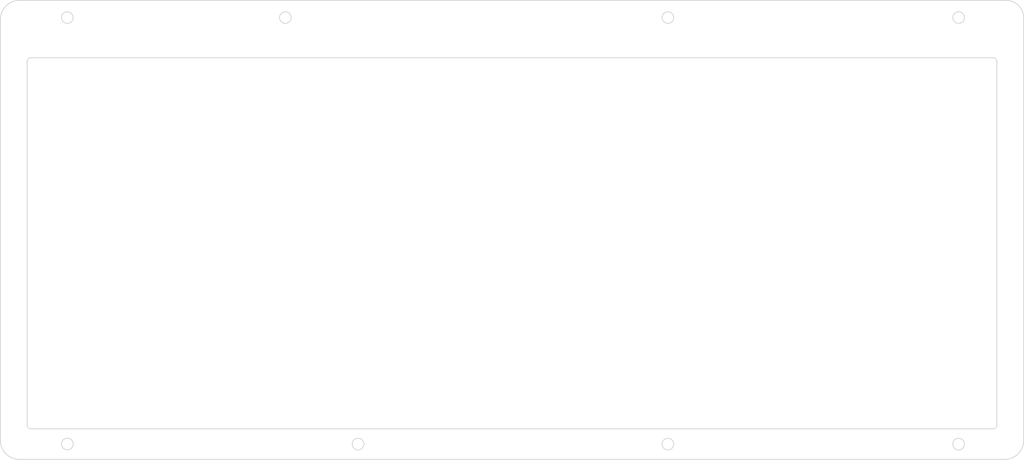
<source format=kicad_pcb>
(kicad_pcb (version 20171130) (host pcbnew 5.0.1)

  (general
    (thickness 1.6)
    (drawings 24)
    (tracks 0)
    (zones 0)
    (modules 0)
    (nets 1)
  )

  (page A3)
  (layers
    (0 F.Cu signal)
    (31 B.Cu signal)
    (32 B.Adhes user)
    (33 F.Adhes user)
    (34 B.Paste user)
    (35 F.Paste user)
    (36 B.SilkS user)
    (37 F.SilkS user)
    (38 B.Mask user)
    (39 F.Mask user)
    (40 Dwgs.User user)
    (41 Cmts.User user)
    (42 Eco1.User user)
    (43 Eco2.User user)
    (44 Edge.Cuts user)
    (45 Margin user)
    (46 B.CrtYd user)
    (47 F.CrtYd user)
    (48 B.Fab user)
    (49 F.Fab user)
  )

  (setup
    (last_trace_width 0.25)
    (trace_clearance 0.2)
    (zone_clearance 0.508)
    (zone_45_only no)
    (trace_min 0.2)
    (segment_width 0.2)
    (edge_width 0.2)
    (via_size 0.8)
    (via_drill 0.4)
    (via_min_size 0.4)
    (via_min_drill 0.3)
    (uvia_size 0.3)
    (uvia_drill 0.1)
    (uvias_allowed no)
    (uvia_min_size 0.2)
    (uvia_min_drill 0.1)
    (pcb_text_width 0.3)
    (pcb_text_size 1.5 1.5)
    (mod_edge_width 0.15)
    (mod_text_size 1 1)
    (mod_text_width 0.15)
    (pad_size 1.524 1.524)
    (pad_drill 0.762)
    (pad_to_mask_clearance 0.051)
    (solder_mask_min_width 0.25)
    (aux_axis_origin 0 0)
    (visible_elements FFFDF7FF)
    (pcbplotparams
      (layerselection 0x010fc_ffffffff)
      (usegerberextensions false)
      (usegerberattributes false)
      (usegerberadvancedattributes false)
      (creategerberjobfile false)
      (excludeedgelayer true)
      (linewidth 0.100000)
      (plotframeref false)
      (viasonmask false)
      (mode 1)
      (useauxorigin false)
      (hpglpennumber 1)
      (hpglpenspeed 20)
      (hpglpendiameter 15.000000)
      (psnegative false)
      (psa4output false)
      (plotreference true)
      (plotvalue true)
      (plotinvisibletext false)
      (padsonsilk false)
      (subtractmaskfromsilk false)
      (outputformat 1)
      (mirror false)
      (drillshape 1)
      (scaleselection 1)
      (outputdirectory "../Photos/Profiled Case/"))
  )

  (net 0 "")

  (net_class Default "This is the default net class."
    (clearance 0.2)
    (trace_width 0.25)
    (via_dia 0.8)
    (via_drill 0.4)
    (uvia_dia 0.3)
    (uvia_drill 0.1)
  )

  (gr_arc (start 79.5 183) (end 74.5 183) (angle -90) (layer Edge.Cuts) (width 0.2))
  (gr_arc (start 79.5 73) (end 79.5 68) (angle -90) (layer Edge.Cuts) (width 0.2))
  (gr_arc (start 337.5 72.5) (end 342 72.5) (angle -90) (layer Edge.Cuts) (width 0.2))
  (gr_arc (start 337 183) (end 337 188) (angle -90) (layer Edge.Cuts) (width 0.2))
  (gr_circle (center 92 183.973567) (end 93.3 184.773567) (layer Edge.Cuts) (width 0.2) (tstamp 5C5DE405))
  (gr_circle (center 168 184) (end 169.4 184.6) (layer Edge.Cuts) (width 0.2) (tstamp 5C5DE40B))
  (gr_circle (center 249 184) (end 250.3 184.8) (layer Edge.Cuts) (width 0.2) (tstamp 5C5DE408))
  (gr_circle (center 325 184) (end 326.3 184.8) (layer Edge.Cuts) (width 0.2) (tstamp 5C5DE40E))
  (gr_circle (center 325 72.5) (end 326.3 73.3) (layer Edge.Cuts) (width 0.2))
  (gr_circle (center 249 72.5) (end 250.3 73.3) (layer Edge.Cuts) (width 0.2))
  (gr_circle (center 149 72.5) (end 150.4 73.1) (layer Edge.Cuts) (width 0.2))
  (gr_circle (center 92 72.5) (end 93.3 73.3) (layer Edge.Cuts) (width 0.2))
  (gr_arc (start 334 179) (end 334 180) (angle -90) (layer Edge.Cuts) (width 0.2))
  (gr_arc (start 334 84) (end 335 84) (angle -90) (layer Edge.Cuts) (width 0.2))
  (gr_arc (start 82.5 179) (end 81.5 179) (angle -90) (layer Edge.Cuts) (width 0.2))
  (gr_arc (start 82.5 84) (end 82.5 83) (angle -90) (layer Edge.Cuts) (width 0.2))
  (gr_line (start 334 83) (end 82.5 83) (layer Edge.Cuts) (width 0.2))
  (gr_line (start 335 179) (end 335 84) (layer Edge.Cuts) (width 0.2))
  (gr_line (start 82.5 180) (end 334 180) (layer Edge.Cuts) (width 0.2))
  (gr_line (start 81.5 84) (end 81.5 179) (layer Edge.Cuts) (width 0.2))
  (gr_line (start 342 72.5) (end 342 183) (layer Edge.Cuts) (width 0.2))
  (gr_line (start 74.5 183) (end 74.5 73) (layer Edge.Cuts) (width 0.2) (tstamp 5C464E26))
  (gr_line (start 337 188) (end 79.5 188) (layer Edge.Cuts) (width 0.2))
  (gr_line (start 79.5 68) (end 337.5 68) (layer Edge.Cuts) (width 0.2))

)

</source>
